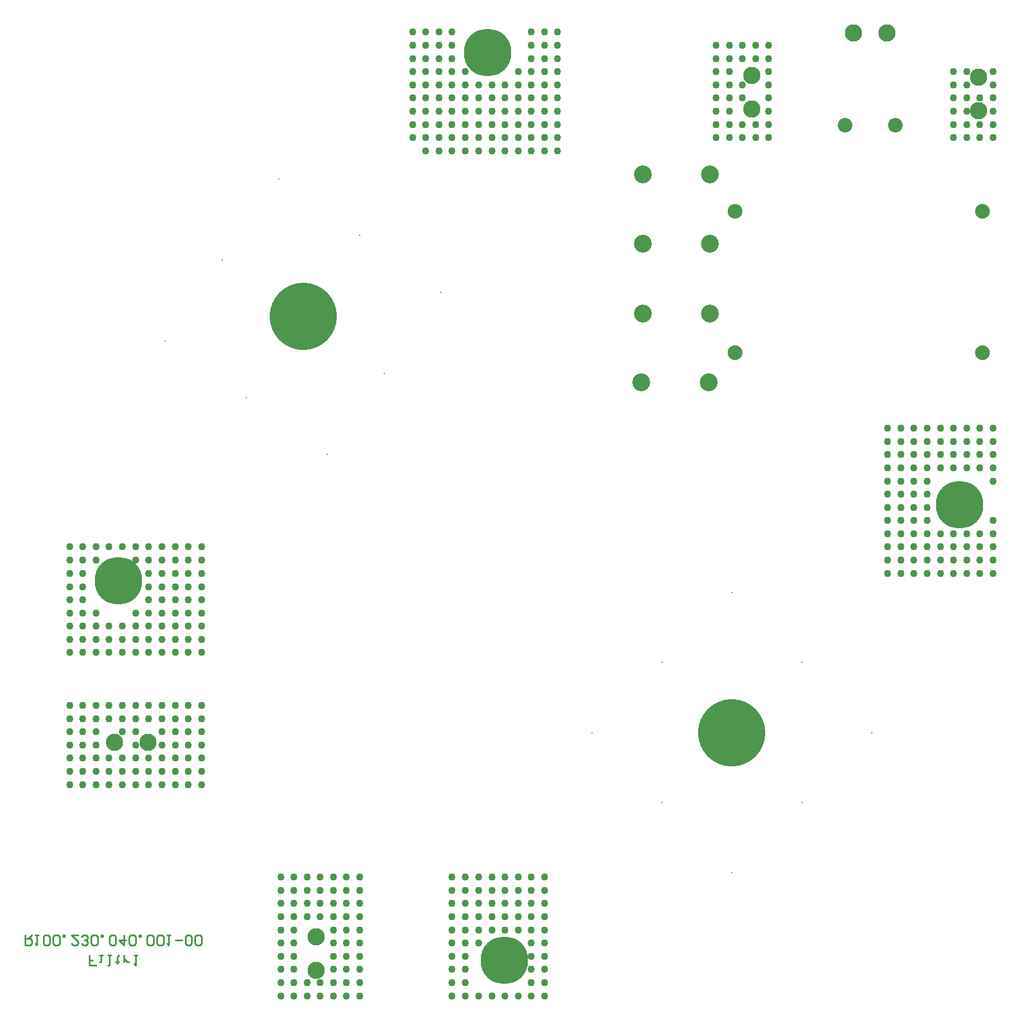
<source format=gbs>
%FSTAX23Y23*%
%MOIN*%
%SFA1B1*%

%IPPOS*%
%ADD24C,0.009800*%
%ADD28C,0.086700*%
%ADD29C,0.106400*%
%ADD30C,0.088000*%
%ADD31C,0.103000*%
%ADD32C,0.283600*%
%ADD33C,0.401700*%
%ADD34C,0.008000*%
%ADD35C,0.043400*%
%LNr100.230.040.001-00_filtr1-1*%
%LPD*%
G54D24*
X00152Y00622D02*
Y00563D01*
X00182*
X00192Y00572*
Y00592*
X00182Y00602*
X00152*
X00172D02*
X00192Y00622D01*
X00211D02*
X00231D01*
X00221*
Y00563*
X00211Y00572*
X00261D02*
X0027Y00563D01*
X0029*
X003Y00572*
Y00612*
X0029Y00622*
X0027*
X00261Y00612*
Y00572*
X0032D02*
X00329Y00563D01*
X00349*
X00359Y00572*
Y00612*
X00349Y00622*
X00329*
X0032Y00612*
Y00572*
X00379Y00622D02*
Y00612D01*
X00388*
Y00622*
X00379*
X00467D02*
X00428D01*
X00467Y00582*
Y00572*
X00457Y00563*
X00438*
X00428Y00572*
X00487D02*
X00497Y00563D01*
X00516*
X00526Y00572*
Y00582*
X00516Y00592*
X00506*
X00516*
X00526Y00602*
Y00612*
X00516Y00622*
X00497*
X00487Y00612*
X00546Y00572D02*
X00556Y00563D01*
X00575*
X00585Y00572*
Y00612*
X00575Y00622*
X00556*
X00546Y00612*
Y00572*
X00605Y00622D02*
Y00612D01*
X00615*
Y00622*
X00605*
X00654Y00572D02*
X00664Y00563D01*
X00684*
X00693Y00572*
Y00612*
X00684Y00622*
X00664*
X00654Y00612*
Y00572*
X00743Y00622D02*
Y00563D01*
X00713Y00592*
X00752*
X00772Y00572D02*
X00782Y00563D01*
X00802*
X00812Y00572*
Y00612*
X00802Y00622*
X00782*
X00772Y00612*
Y00572*
X00831Y00622D02*
Y00612D01*
X00841*
Y00622*
X00831*
X0088Y00572D02*
X0089Y00563D01*
X0091*
X0092Y00572*
Y00612*
X0091Y00622*
X0089*
X0088Y00612*
Y00572*
X00939D02*
X00949Y00563D01*
X00969*
X00979Y00572*
Y00612*
X00969Y00622*
X00949*
X00939Y00612*
Y00572*
X00998Y00622D02*
X01018D01*
X01008*
Y00563*
X00998Y00572*
X01048Y00592D02*
X01087D01*
X01107Y00572D02*
X01117Y00563D01*
X01136*
X01146Y00572*
Y00612*
X01136Y00622*
X01117*
X01107Y00612*
Y00572*
X01166D02*
X01176Y00563D01*
X01195*
X01205Y00572*
Y00612*
X01195Y00622*
X01176*
X01166Y00612*
Y00572*
X00575Y00443D02*
X00536D01*
Y00472*
X00556*
X00536*
Y00502*
X00595D02*
X00615D01*
X00605*
Y00463*
X00595*
X00644Y00502D02*
X00664D01*
X00654*
Y00443*
X00644*
X00703Y00453D02*
Y00463D01*
X00693*
X00713*
X00703*
Y00492*
X00713Y00502*
X00743Y00463D02*
Y00502D01*
Y00482*
X00752Y00472*
X00762Y00463*
X00772*
X00802Y00502D02*
X00821D01*
X00812*
Y00443*
X00802Y00453*
G54D28*
X05046Y05452D03*
X05346D03*
G54D29*
X04232Y03917D03*
X0383D03*
X0424Y0433D03*
X03838D03*
X0424Y04744D03*
X03838D03*
X0424Y05157D03*
X03838D03*
G54D30*
X04389Y0494D03*
X05866D03*
Y04094D03*
X04389D03*
G54D31*
X00685Y01771D03*
X00885D03*
X04488Y05548D03*
Y05748D03*
X01889Y00613D03*
Y00413D03*
X05843Y0574D03*
Y0554D03*
X05095Y06003D03*
X05295D03*
G54D32*
X05728Y03189D03*
X03012Y00471D03*
X00709Y02736D03*
X02913Y05884D03*
G54D33*
X0437Y0183D03*
X01811Y04311D03*
G54D34*
X04787Y01413D03*
X03952D03*
Y02248D03*
X04787D03*
X0437Y02665D03*
Y00995D03*
X03534Y0183D03*
X05205D03*
X02633Y04456D03*
X00988Y04166D03*
X01956Y03488D03*
X01666Y05133D03*
X02149Y04794D03*
X01327Y04649D03*
X01472Y03827D03*
X02294Y03972D03*
G54D35*
X01677Y00259D03*
Y00338D03*
Y00417D03*
Y00496D03*
Y00574D03*
Y00653D03*
Y00732D03*
Y00811D03*
Y00889D03*
Y00968D03*
X01755Y00259D03*
Y00338D03*
Y00417D03*
Y00496D03*
Y00574D03*
Y00653D03*
Y00732D03*
Y00811D03*
Y00889D03*
Y00968D03*
X01834Y00259D03*
Y00338D03*
Y00732D03*
Y00811D03*
Y00889D03*
Y00968D03*
X01913Y00259D03*
Y00338D03*
Y00732D03*
Y00811D03*
Y00889D03*
Y00968D03*
X01992Y00259D03*
Y00338D03*
Y00417D03*
Y00496D03*
Y00574D03*
Y00653D03*
Y00732D03*
Y00811D03*
Y00889D03*
Y00968D03*
X0207Y00259D03*
Y00338D03*
Y00417D03*
Y00496D03*
Y00574D03*
Y00653D03*
Y00732D03*
Y00811D03*
Y00889D03*
Y00968D03*
X02149Y00259D03*
Y00338D03*
Y00417D03*
Y00496D03*
Y00574D03*
Y00653D03*
Y00732D03*
Y00811D03*
Y00889D03*
Y00968D03*
X027Y00259D03*
Y00338D03*
Y00417D03*
Y00496D03*
Y00574D03*
Y00653D03*
Y00732D03*
Y00811D03*
Y00889D03*
Y00968D03*
X02779Y00259D03*
Y00338D03*
Y00417D03*
Y00496D03*
Y00574D03*
Y00653D03*
Y00732D03*
Y00811D03*
Y00889D03*
Y00968D03*
X02858Y00259D03*
Y00574D03*
Y00653D03*
Y00732D03*
Y00811D03*
Y00889D03*
Y00968D03*
X02937Y00259D03*
Y00653D03*
Y00732D03*
Y00811D03*
Y00889D03*
Y00968D03*
X03015Y00259D03*
Y00653D03*
Y00732D03*
Y00811D03*
Y00889D03*
Y00968D03*
X03094Y00259D03*
Y00653D03*
Y00732D03*
Y00811D03*
Y00889D03*
Y00968D03*
X03173Y00259D03*
Y00338D03*
Y00417D03*
Y00496D03*
Y00574D03*
Y00653D03*
Y00732D03*
Y00811D03*
Y00889D03*
Y00968D03*
X03252Y00259D03*
Y00338D03*
Y00417D03*
Y00496D03*
Y00574D03*
Y00653D03*
Y00732D03*
Y00811D03*
Y00889D03*
Y00968D03*
X00417Y01519D03*
Y01598D03*
Y01677D03*
Y01755D03*
Y01834D03*
Y01913D03*
Y01992D03*
X00496Y01519D03*
Y01598D03*
Y01677D03*
Y01755D03*
Y01834D03*
Y01913D03*
Y01992D03*
X00574Y01519D03*
Y01598D03*
Y01677D03*
Y01755D03*
Y01834D03*
Y01913D03*
Y01992D03*
X00653Y01519D03*
Y01598D03*
Y01677D03*
Y01913D03*
Y01992D03*
X00732Y01519D03*
Y01598D03*
Y01677D03*
Y01834D03*
Y01913D03*
Y01992D03*
X00811Y01519D03*
Y01598D03*
Y01677D03*
Y01755D03*
Y01834D03*
Y01913D03*
Y01992D03*
X00889Y01519D03*
Y01598D03*
Y01677D03*
Y01913D03*
Y01992D03*
X00968Y01519D03*
Y01598D03*
Y01677D03*
Y01755D03*
Y01834D03*
Y01913D03*
Y01992D03*
X01047Y01519D03*
Y01598D03*
Y01677D03*
Y01755D03*
Y01834D03*
Y01913D03*
Y01992D03*
X01126Y01519D03*
Y01598D03*
Y01677D03*
Y01755D03*
Y01834D03*
Y01913D03*
Y01992D03*
X01204Y01519D03*
Y01598D03*
Y01677D03*
Y01755D03*
Y01834D03*
Y01913D03*
Y01992D03*
X00417Y02307D03*
Y02385D03*
Y02464D03*
Y02543D03*
Y02622D03*
Y027D03*
Y02779D03*
Y02858D03*
Y02937D03*
X00496Y02307D03*
Y02385D03*
Y02464D03*
Y02543D03*
Y02622D03*
Y027D03*
Y02779D03*
Y02858D03*
Y02937D03*
X00574Y02307D03*
Y02385D03*
Y02464D03*
Y02543D03*
Y02858D03*
Y02937D03*
X00653Y02307D03*
Y02385D03*
Y02464D03*
Y02937D03*
X00732Y02307D03*
Y02385D03*
Y02464D03*
Y02937D03*
X00811Y02307D03*
Y02385D03*
Y02464D03*
Y02543D03*
Y02858D03*
Y02937D03*
X00889Y02307D03*
Y02385D03*
Y02464D03*
Y02543D03*
Y02622D03*
Y027D03*
Y02779D03*
Y02858D03*
Y02937D03*
X00968Y02307D03*
Y02385D03*
Y02464D03*
Y02543D03*
Y02622D03*
Y027D03*
Y02779D03*
Y02858D03*
Y02937D03*
X01047Y02307D03*
Y02385D03*
Y02464D03*
Y02543D03*
Y02622D03*
Y027D03*
Y02779D03*
Y02858D03*
Y02937D03*
X01126Y02307D03*
Y02385D03*
Y02464D03*
Y02543D03*
Y02622D03*
Y027D03*
Y02779D03*
Y02858D03*
Y02937D03*
X01204Y02307D03*
Y02385D03*
Y02464D03*
Y02543D03*
Y02622D03*
Y027D03*
Y02779D03*
Y02858D03*
Y02937D03*
X05299Y02779D03*
Y02858D03*
Y02937D03*
Y03015D03*
Y03094D03*
Y03173D03*
Y03252D03*
Y0333D03*
Y03409D03*
Y03488D03*
Y03566D03*
Y03645D03*
X05378Y02779D03*
Y02858D03*
Y02937D03*
Y03015D03*
Y03094D03*
Y03173D03*
Y03252D03*
Y0333D03*
Y03409D03*
Y03488D03*
Y03566D03*
Y03645D03*
X05456Y02779D03*
Y02858D03*
Y02937D03*
Y03015D03*
Y03094D03*
Y03173D03*
Y03252D03*
Y0333D03*
Y03409D03*
Y03488D03*
Y03566D03*
Y03645D03*
X05535Y02779D03*
Y02858D03*
Y02937D03*
Y03015D03*
Y03094D03*
Y03173D03*
Y03252D03*
Y0333D03*
Y03409D03*
Y03488D03*
Y03566D03*
Y03645D03*
X05614Y02779D03*
Y02858D03*
Y02937D03*
Y03015D03*
Y03409D03*
Y03488D03*
Y03566D03*
Y03645D03*
X05692Y02779D03*
Y02858D03*
Y02937D03*
Y03015D03*
Y03409D03*
Y03488D03*
Y03566D03*
Y03645D03*
X05771Y02779D03*
Y02858D03*
Y02937D03*
Y03015D03*
Y03409D03*
Y03488D03*
Y03566D03*
Y03645D03*
X0585Y02779D03*
Y02858D03*
Y02937D03*
Y03015D03*
Y03409D03*
Y03488D03*
Y03566D03*
Y03645D03*
X05929Y02779D03*
Y02858D03*
Y02937D03*
Y03015D03*
Y03094D03*
Y0333D03*
Y03409D03*
Y03488D03*
Y03566D03*
Y03645D03*
X02464Y05378D03*
Y05456D03*
Y05535D03*
Y05614D03*
Y05692D03*
Y05771D03*
Y0585D03*
Y05929D03*
Y06007D03*
X02543Y05299D03*
Y05378D03*
Y05456D03*
Y05535D03*
Y05614D03*
Y05692D03*
Y05771D03*
Y0585D03*
Y05929D03*
Y06007D03*
X02622Y05299D03*
Y05378D03*
Y05456D03*
Y05535D03*
Y05614D03*
Y05692D03*
Y05771D03*
Y0585D03*
Y05929D03*
Y06007D03*
X027Y05299D03*
Y05378D03*
Y05456D03*
Y05535D03*
Y05614D03*
Y05692D03*
Y05771D03*
Y0585D03*
Y05929D03*
Y06007D03*
X02779Y05299D03*
Y05378D03*
Y05456D03*
Y05535D03*
Y05614D03*
Y05692D03*
Y05771D03*
X02858Y05299D03*
Y05378D03*
Y05456D03*
Y05535D03*
Y05614D03*
Y05692D03*
X02937Y05299D03*
Y05378D03*
Y05456D03*
Y05535D03*
Y05614D03*
Y05692D03*
X03015Y05299D03*
Y05378D03*
Y05456D03*
Y05535D03*
Y05614D03*
Y05692D03*
X03094Y05299D03*
Y05378D03*
Y05456D03*
Y05535D03*
Y05614D03*
Y05692D03*
Y05771D03*
X03173Y05299D03*
Y05378D03*
Y05456D03*
Y05535D03*
Y05614D03*
Y05692D03*
Y05771D03*
Y0585D03*
Y05929D03*
Y06007D03*
X03252Y05299D03*
Y05378D03*
Y05456D03*
Y05535D03*
Y05614D03*
Y05692D03*
Y05771D03*
Y0585D03*
Y05929D03*
Y06007D03*
X0333Y05299D03*
Y05378D03*
Y05456D03*
Y05535D03*
Y05614D03*
Y05692D03*
Y05771D03*
Y0585D03*
Y05929D03*
Y06007D03*
X04275Y05378D03*
Y05456D03*
Y05535D03*
Y05614D03*
Y05692D03*
Y05771D03*
Y0585D03*
Y05929D03*
X04354Y05378D03*
Y05456D03*
Y05535D03*
Y05614D03*
Y05692D03*
Y05771D03*
Y0585D03*
Y05929D03*
X04433Y05378D03*
Y05456D03*
Y05614D03*
Y05692D03*
Y0585D03*
Y05929D03*
X04511Y05378D03*
Y05456D03*
Y0585D03*
Y05929D03*
X0459Y05378D03*
Y05456D03*
Y05535D03*
Y05614D03*
Y05692D03*
Y05771D03*
Y0585D03*
Y05929D03*
X05692Y05378D03*
Y05456D03*
Y05535D03*
Y05614D03*
Y05692D03*
Y05771D03*
X05771Y05378D03*
Y05456D03*
Y05535D03*
Y05614D03*
Y05692D03*
Y05771D03*
X0585Y05378D03*
Y05456D03*
Y05614D03*
X05929Y05378D03*
Y05456D03*
Y05535D03*
Y05614D03*
Y05692D03*
Y05771D03*
M02*
</source>
